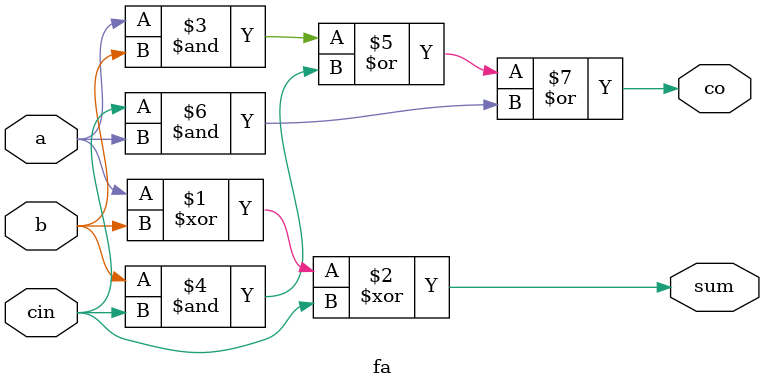
<source format=v>
`timescale 1ns / 1ps
module fa(a,b,cin,sum,co);
input a,b,cin;
output sum,co;
assign sum=a^b^cin,
       co=(a&b)|(b&cin)|(cin&a);

endmodule

</source>
